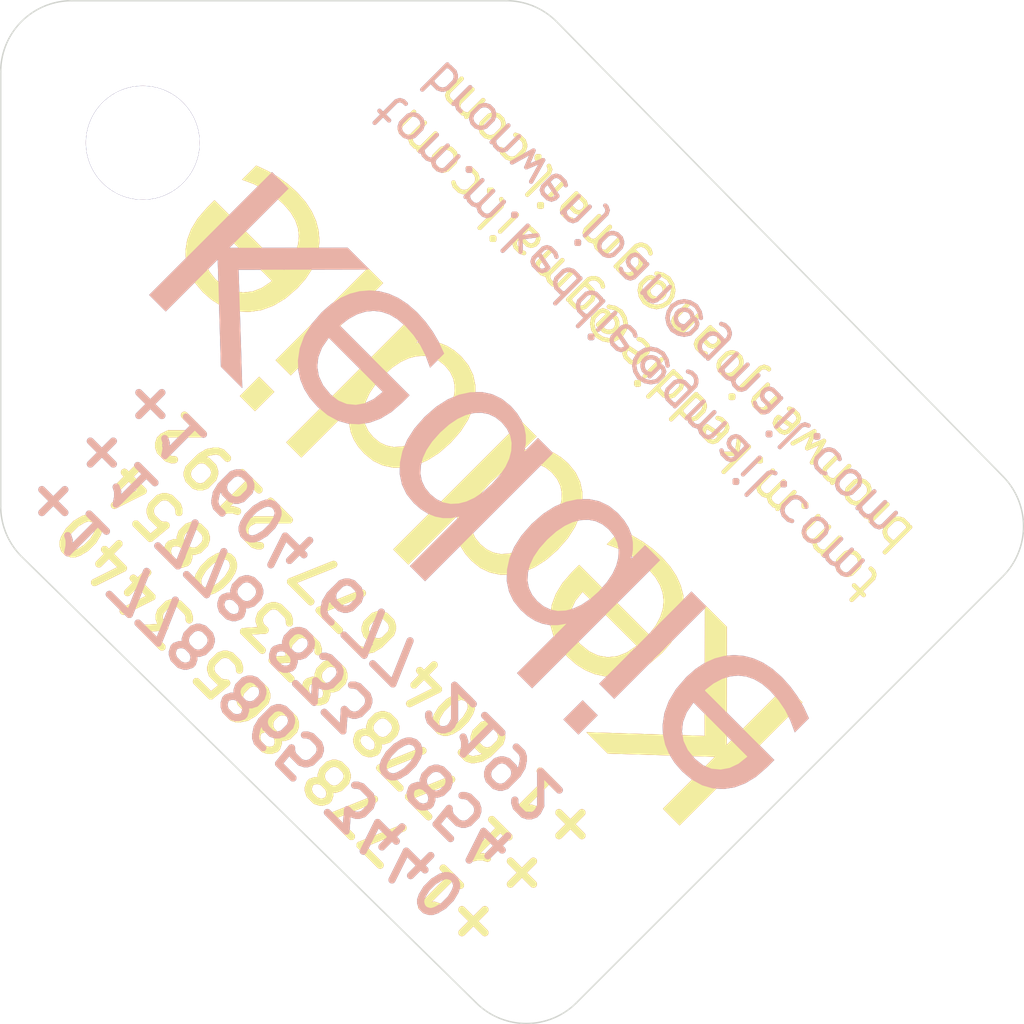
<source format=kicad_pcb>
(kicad_pcb (version 20221018) (generator pcbnew)
  (layers (0 "F.Cu" signal) (31 "B.Cu" signal) (34 "B.Paste" user) (35 "F.Paste" user) (36 "B.SilkS" user "B.Silkscreen") (37 "F.SilkS" user "F.Silkscreen") (38 "B.Mask" user) (39 "F.Mask" user) (44 "Edge.Cuts" user))
  (net 0 "")
  (gr_arc (start 90.535534 120.535534) (mid 87 122) (end 83.464466 120.535534) (stroke (width 0.1)) (layer "Edge.Cuts"))
  (gr_line (start 85.586583 50) (end 55 50) (stroke (width 0.1)) (layer "Edge.Cuts"))
  (gr_line (start 51.464466 89.122117) (end 83.464466 120.535534) (stroke (width 0.1)) (layer "Edge.Cuts"))
  (gr_arc (start 50 55) (mid 51.464466 51.464466) (end 55 50) (stroke (width 0.1)) (layer "Edge.Cuts"))
  (gr_arc (start 51.464466 89.122117) (mid 50.380602 87.5) (end 50 85.586583) (stroke (width 0.1)) (layer "Edge.Cuts"))
  (gr_line (start 50 55) (end 50 85.586583) (stroke (width 0.1)) (layer "Edge.Cuts"))
  (gr_arc (start 85.586583 50) (mid 87.5 50.380602) (end 89.122117 51.464466) (stroke (width 0.1)) (layer "Edge.Cuts"))
  (gr_line (start 120.535534 90.535534) (end 90.535534 120.535534) (stroke (width 0.1)) (layer "Edge.Cuts"))
  (gr_arc (start 120.535534 83.464466) (mid 122 87) (end 120.535534 90.535534) (stroke (width 0.1)) (layer "Edge.Cuts"))
  (gr_line (start 120.535534 83.464466) (end 89.122117 51.464466) (stroke (width 0.1)) (layer "Edge.Cuts"))
  (gr_text "Keddie" (at 84 84 135) (layer "F.Cu") (effects (font (size 12 12))))
  (gr_text "+1 778 865 3440\n+1 778 833 0854\n+1 604 677 2192" (at 73 98 135) (layer "F.Cu") (effects (font (size 3 3) (thickness 0.5) bold)))
  (gr_text "tom.m.keddie@gmail.com\nbronwenjoan@gmail.com" (at 96 73.5 135) (layer "F.Cu") (effects (font (size 2.5 2.5) (thickness 0.3))))
  (gr_text "Keddie" (at 84.5 84.5 135) (layer "B.Cu") (effects (font (size 12 12)) (justify mirror)))
  (gr_text "tom.m.keddie@gmail.com\nbronwenjoan@gmail.com" (at 95 72.5 135) (layer "B.Cu") (effects (font (size 2.5 2.5) (thickness 0.3)) (justify mirror)))
  (gr_text "+1 778 865 3440\n+1 778 833 0854\n+1 604 677 2192" (at 70.5 95.5 135) (layer "B.Cu") (effects (font (size 3 3) (thickness 0.5) bold) (justify mirror)))
  (gr_text "tom.m.keddie@gmail.com\nbronwenjoan@gmail.com" (at 95 72.5 135) (layer "B.SilkS") (effects (font (size 2.5 2.5) (thickness 0.3)) (justify mirror)))
  (gr_text "Keddie" (at 84.5 84.5 135) (layer "B.SilkS") (effects (font (size 12 12)) (justify mirror)))
  (gr_text "+1 778 865 3440\n+1 778 833 0854\n+1 604 677 2192" (at 70.5 95.5 135) (layer "B.SilkS") (effects (font (size 3 3) (thickness 0.5) bold) (justify mirror)))
  (gr_text "+1 778 865 3440\n+1 778 833 0854\n+1 604 677 2192" (at 73 98 135) (layer "F.SilkS") (effects (font (size 3 3) (thickness 0.5) bold)))
  (gr_text "tom.m.keddie@gmail.com\nbronwenjoan@gmail.com" (at 96 73.5 135) (layer "F.SilkS") (effects (font (size 2.5 2.5) (thickness 0.3))))
  (gr_text "Keddie" (at 84 84 135) (layer "F.SilkS") (effects (font (size 12 12))))
  (via (at 60 60) (size 8.01) (drill 8) (layers "F.Cu" "B.Cu") (net 0))
)
</source>
